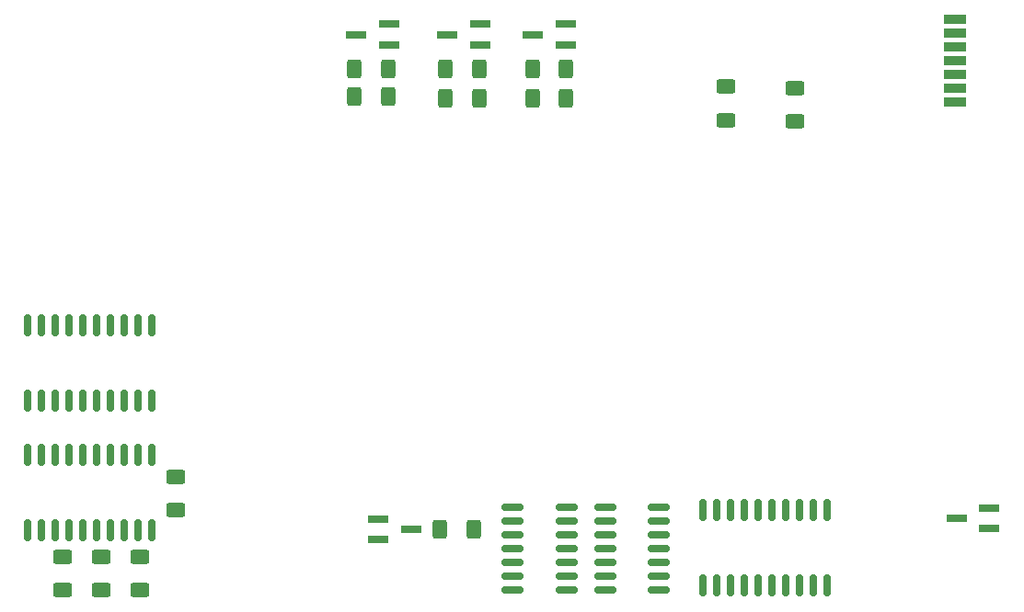
<source format=gbr>
%TF.GenerationSoftware,KiCad,Pcbnew,(6.0.5)*%
%TF.CreationDate,2023-03-31T09:48:09-05:00*%
%TF.ProjectId,ISA rev7,49534120-7265-4763-972e-6b696361645f,rev?*%
%TF.SameCoordinates,Original*%
%TF.FileFunction,Paste,Top*%
%TF.FilePolarity,Positive*%
%FSLAX46Y46*%
G04 Gerber Fmt 4.6, Leading zero omitted, Abs format (unit mm)*
G04 Created by KiCad (PCBNEW (6.0.5)) date 2023-03-31 09:48:09*
%MOMM*%
%LPD*%
G01*
G04 APERTURE LIST*
G04 Aperture macros list*
%AMRoundRect*
0 Rectangle with rounded corners*
0 $1 Rounding radius*
0 $2 $3 $4 $5 $6 $7 $8 $9 X,Y pos of 4 corners*
0 Add a 4 corners polygon primitive as box body*
4,1,4,$2,$3,$4,$5,$6,$7,$8,$9,$2,$3,0*
0 Add four circle primitives for the rounded corners*
1,1,$1+$1,$2,$3*
1,1,$1+$1,$4,$5*
1,1,$1+$1,$6,$7*
1,1,$1+$1,$8,$9*
0 Add four rect primitives between the rounded corners*
20,1,$1+$1,$2,$3,$4,$5,0*
20,1,$1+$1,$4,$5,$6,$7,0*
20,1,$1+$1,$6,$7,$8,$9,0*
20,1,$1+$1,$8,$9,$2,$3,0*%
G04 Aperture macros list end*
%ADD10RoundRect,0.150000X0.150000X-0.837500X0.150000X0.837500X-0.150000X0.837500X-0.150000X-0.837500X0*%
%ADD11R,1.900000X0.800000*%
%ADD12RoundRect,0.250000X-0.400000X-0.625000X0.400000X-0.625000X0.400000X0.625000X-0.400000X0.625000X0*%
%ADD13RoundRect,0.250000X-0.625000X0.400000X-0.625000X-0.400000X0.625000X-0.400000X0.625000X0.400000X0*%
%ADD14R,2.000000X0.900000*%
%ADD15RoundRect,0.250000X0.400000X0.625000X-0.400000X0.625000X-0.400000X-0.625000X0.400000X-0.625000X0*%
%ADD16RoundRect,0.150000X0.825000X0.150000X-0.825000X0.150000X-0.825000X-0.150000X0.825000X-0.150000X0*%
G04 APERTURE END LIST*
D10*
%TO.C,U4*%
X102992000Y-102395500D03*
X104262000Y-102395500D03*
X105532000Y-102395500D03*
X106802000Y-102395500D03*
X108072000Y-102395500D03*
X109342000Y-102395500D03*
X110612000Y-102395500D03*
X111882000Y-102395500D03*
X113152000Y-102395500D03*
X114422000Y-102395500D03*
X114422000Y-95470500D03*
X113152000Y-95470500D03*
X111882000Y-95470500D03*
X110612000Y-95470500D03*
X109342000Y-95470500D03*
X108072000Y-95470500D03*
X106802000Y-95470500D03*
X105532000Y-95470500D03*
X104262000Y-95470500D03*
X102992000Y-95470500D03*
%TD*%
D11*
%TO.C,D3*%
X136247000Y-69657000D03*
X136247000Y-67757000D03*
X133247000Y-68707000D03*
%TD*%
D12*
%TO.C,R13*%
X133070000Y-71882000D03*
X136170000Y-71882000D03*
%TD*%
D13*
%TO.C,R6*%
X113279000Y-116814000D03*
X113279000Y-119914000D03*
%TD*%
%TO.C,R5*%
X116581000Y-109448000D03*
X116581000Y-112548000D03*
%TD*%
D11*
%TO.C,D7*%
X191492000Y-114234000D03*
X191492000Y-112334000D03*
X188492000Y-113284000D03*
%TD*%
D13*
%TO.C,R4*%
X173639978Y-73608000D03*
X173639978Y-76708000D03*
%TD*%
D11*
%TO.C,D6*%
X138279000Y-114300000D03*
X135279000Y-113350000D03*
X135279000Y-115250000D03*
%TD*%
D14*
%TO.C,J2*%
X188314000Y-67318000D03*
X188314000Y-68588000D03*
X188314000Y-69858000D03*
X188314000Y-71128000D03*
X188314000Y-72398000D03*
X188314000Y-73668000D03*
X188314000Y-74938000D03*
%TD*%
D10*
%TO.C,U3*%
X165100000Y-119413500D03*
X166370000Y-119413500D03*
X167640000Y-119413500D03*
X168910000Y-119413500D03*
X170180000Y-119413500D03*
X171450000Y-119413500D03*
X172720000Y-119413500D03*
X173990000Y-119413500D03*
X175260000Y-119413500D03*
X176530000Y-119413500D03*
X176530000Y-112488500D03*
X175260000Y-112488500D03*
X173990000Y-112488500D03*
X172720000Y-112488500D03*
X171450000Y-112488500D03*
X170180000Y-112488500D03*
X168910000Y-112488500D03*
X167640000Y-112488500D03*
X166370000Y-112488500D03*
X165100000Y-112488500D03*
%TD*%
D15*
%TO.C,R9*%
X136170000Y-74422000D03*
X133070000Y-74422000D03*
%TD*%
%TO.C,R1*%
X152553000Y-74549000D03*
X149453000Y-74549000D03*
%TD*%
D11*
%TO.C,D1*%
X152503000Y-69657000D03*
X152503000Y-67757000D03*
X149503000Y-68707000D03*
%TD*%
D16*
%TO.C,U1*%
X152589000Y-119888000D03*
X152589000Y-118618000D03*
X152589000Y-117348000D03*
X152589000Y-116078000D03*
X152589000Y-114808000D03*
X152589000Y-113538000D03*
X152589000Y-112268000D03*
X147639000Y-112268000D03*
X147639000Y-113538000D03*
X147639000Y-114808000D03*
X147639000Y-116078000D03*
X147639000Y-117348000D03*
X147639000Y-118618000D03*
X147639000Y-119888000D03*
%TD*%
D13*
%TO.C,R7*%
X109723000Y-116814000D03*
X109723000Y-119914000D03*
%TD*%
%TO.C,R8*%
X106167000Y-116788000D03*
X106167000Y-119888000D03*
%TD*%
D12*
%TO.C,R2*%
X149453000Y-71882000D03*
X152553000Y-71882000D03*
%TD*%
%TO.C,R11*%
X141452000Y-71882000D03*
X144552000Y-71882000D03*
%TD*%
D13*
%TO.C,R3*%
X167289978Y-73481000D03*
X167289978Y-76581000D03*
%TD*%
D12*
%TO.C,R12*%
X140944000Y-114300000D03*
X144044000Y-114300000D03*
%TD*%
D16*
%TO.C,U2*%
X161098000Y-119888000D03*
X161098000Y-118618000D03*
X161098000Y-117348000D03*
X161098000Y-116078000D03*
X161098000Y-114808000D03*
X161098000Y-113538000D03*
X161098000Y-112268000D03*
X156148000Y-112268000D03*
X156148000Y-113538000D03*
X156148000Y-114808000D03*
X156148000Y-116078000D03*
X156148000Y-117348000D03*
X156148000Y-118618000D03*
X156148000Y-119888000D03*
%TD*%
D11*
%TO.C,D5*%
X144629000Y-69657000D03*
X144629000Y-67757000D03*
X141629000Y-68707000D03*
%TD*%
D15*
%TO.C,R10*%
X144552000Y-74549000D03*
X141452000Y-74549000D03*
%TD*%
D10*
%TO.C,U5*%
X102992000Y-114333500D03*
X104262000Y-114333500D03*
X105532000Y-114333500D03*
X106802000Y-114333500D03*
X108072000Y-114333500D03*
X109342000Y-114333500D03*
X110612000Y-114333500D03*
X111882000Y-114333500D03*
X113152000Y-114333500D03*
X114422000Y-114333500D03*
X114422000Y-107408500D03*
X113152000Y-107408500D03*
X111882000Y-107408500D03*
X110612000Y-107408500D03*
X109342000Y-107408500D03*
X108072000Y-107408500D03*
X106802000Y-107408500D03*
X105532000Y-107408500D03*
X104262000Y-107408500D03*
X102992000Y-107408500D03*
%TD*%
M02*

</source>
